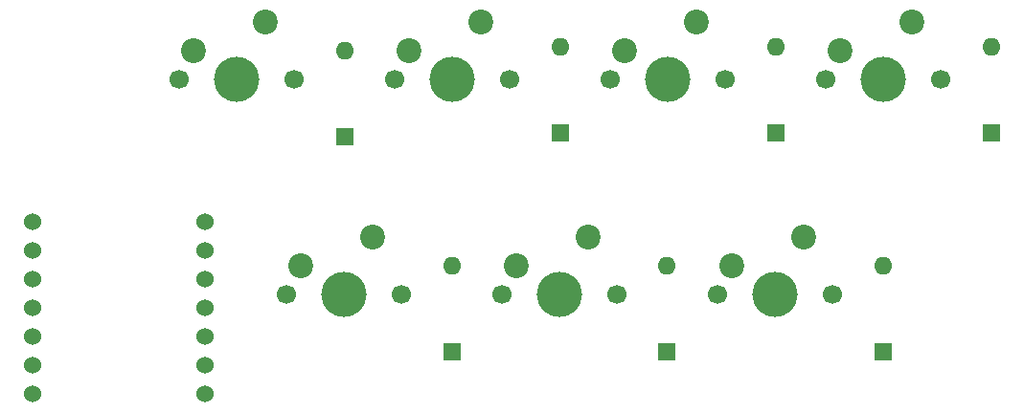
<source format=gbr>
%TF.GenerationSoftware,KiCad,Pcbnew,8.0.8*%
%TF.CreationDate,2025-02-15T20:23:54-05:00*%
%TF.ProjectId,Hackpad,4861636b-7061-4642-9e6b-696361645f70,rev?*%
%TF.SameCoordinates,Original*%
%TF.FileFunction,Soldermask,Bot*%
%TF.FilePolarity,Negative*%
%FSLAX46Y46*%
G04 Gerber Fmt 4.6, Leading zero omitted, Abs format (unit mm)*
G04 Created by KiCad (PCBNEW 8.0.8) date 2025-02-15 20:23:54*
%MOMM*%
%LPD*%
G01*
G04 APERTURE LIST*
%ADD10C,1.700000*%
%ADD11C,4.000000*%
%ADD12C,2.200000*%
%ADD13C,1.524000*%
%ADD14R,1.600000X1.600000*%
%ADD15O,1.600000X1.600000*%
G04 APERTURE END LIST*
D10*
%TO.C,S7*%
X185040000Y-99055000D03*
D11*
X190120000Y-99055000D03*
D10*
X195200000Y-99055000D03*
D12*
X192660000Y-93975000D03*
X186310000Y-96515000D03*
%TD*%
D10*
%TO.C,S1*%
X137450000Y-80015000D03*
D11*
X142530000Y-80015000D03*
D10*
X147610000Y-80015000D03*
D12*
X145070000Y-74935000D03*
X138720000Y-77475000D03*
%TD*%
D10*
%TO.C,S3*%
X175590000Y-80005000D03*
D11*
X180670000Y-80005000D03*
D10*
X185750000Y-80005000D03*
D12*
X183210000Y-74925000D03*
X176860000Y-77465000D03*
%TD*%
D10*
%TO.C,S5*%
X146940000Y-99045000D03*
D11*
X152020000Y-99045000D03*
D10*
X157100000Y-99045000D03*
D12*
X154560000Y-93965000D03*
X148210000Y-96505000D03*
%TD*%
D10*
%TO.C,S4*%
X194640000Y-80005000D03*
D11*
X199720000Y-80005000D03*
D10*
X204800000Y-80005000D03*
D12*
X202260000Y-74925000D03*
X195910000Y-77465000D03*
%TD*%
D10*
%TO.C,S6*%
X165990000Y-99055000D03*
D11*
X171070000Y-99055000D03*
D10*
X176150000Y-99055000D03*
D12*
X173610000Y-93975000D03*
X167260000Y-96515000D03*
%TD*%
D13*
%TO.C,U1*%
X139780000Y-107835000D03*
X139780000Y-105295000D03*
X139780000Y-102755000D03*
X139780000Y-100215000D03*
X139780000Y-97675000D03*
X139780000Y-95135000D03*
X139780000Y-92595000D03*
X124540000Y-92595000D03*
X124540000Y-95135000D03*
X124540000Y-97675000D03*
X124540000Y-100215000D03*
X124540000Y-102755000D03*
X124540000Y-105295000D03*
X124540000Y-107835000D03*
%TD*%
D10*
%TO.C,S2*%
X156542500Y-80008750D03*
D11*
X161622500Y-80008750D03*
D10*
X166702500Y-80008750D03*
D12*
X164162500Y-74928750D03*
X157812500Y-77468750D03*
%TD*%
D14*
%TO.C,D7*%
X199660000Y-104125000D03*
D15*
X199660000Y-96505000D03*
%TD*%
D14*
%TO.C,D1*%
X152060000Y-85075000D03*
D15*
X152060000Y-77455000D03*
%TD*%
D14*
%TO.C,D5*%
X161560000Y-104175000D03*
D15*
X161560000Y-96555000D03*
%TD*%
D14*
%TO.C,D4*%
X209210000Y-84725000D03*
D15*
X209210000Y-77105000D03*
%TD*%
D14*
%TO.C,D2*%
X171160000Y-84725000D03*
D15*
X171160000Y-77105000D03*
%TD*%
D14*
%TO.C,D6*%
X180560000Y-104175000D03*
D15*
X180560000Y-96555000D03*
%TD*%
D14*
%TO.C,D3*%
X190160000Y-84725000D03*
D15*
X190160000Y-77105000D03*
%TD*%
M02*

</source>
